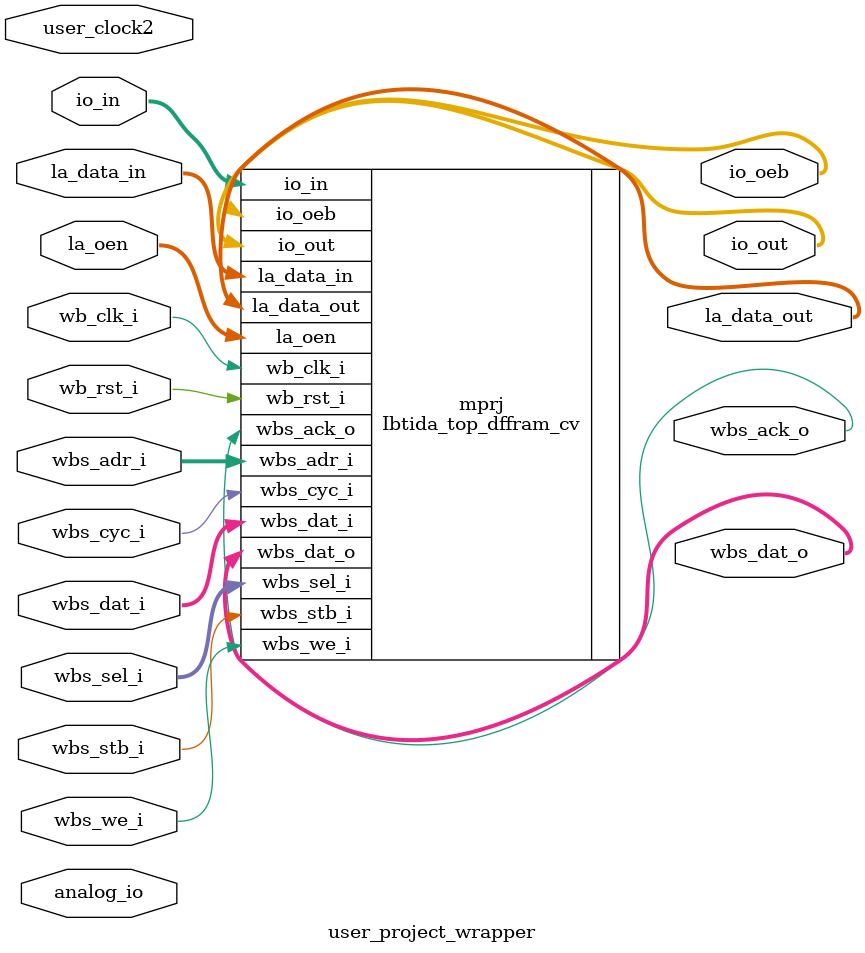
<source format=v>
/* Generated by Yosys 0.9+3621 (git sha1 84e9fa7, gcc 8.3.1 -fPIC -Os) */

module user_project_wrapper(wb_clk_i, wb_rst_i, wbs_stb_i, wbs_cyc_i, wbs_we_i, wbs_sel_i, wbs_dat_i, wbs_adr_i, wbs_ack_o, wbs_dat_o, la_data_in, la_data_out, la_oen, io_in, io_out, io_oeb, analog_io, user_clock2);
  inout [30:0] analog_io;
  input [37:0] io_in;
  output [37:0] io_oeb;
  output [37:0] io_out;
  input [127:0] la_data_in;
  output [127:0] la_data_out;
  input [127:0] la_oen;
  input user_clock2;
  input wb_clk_i;
  input wb_rst_i;
  output wbs_ack_o;
  input [31:0] wbs_adr_i;
  input wbs_cyc_i;
  input [31:0] wbs_dat_i;
  output [31:0] wbs_dat_o;
  input [3:0] wbs_sel_i;
  input wbs_stb_i;
  input wbs_we_i;
  Ibtida_top_dffram_cv mprj (
    .io_in(io_in),
    .io_oeb(io_oeb),
    .io_out(io_out),
    .la_data_in(la_data_in),
    .la_data_out(la_data_out),
    .la_oen(la_oen),
    .wb_clk_i(wb_clk_i),
    .wb_rst_i(wb_rst_i),
    .wbs_ack_o(wbs_ack_o),
    .wbs_adr_i(wbs_adr_i),
    .wbs_cyc_i(wbs_cyc_i),
    .wbs_dat_i(wbs_dat_i),
    .wbs_dat_o(wbs_dat_o),
    .wbs_sel_i(wbs_sel_i),
    .wbs_stb_i(wbs_stb_i),
    .wbs_we_i(wbs_we_i)
  );
endmodule

</source>
